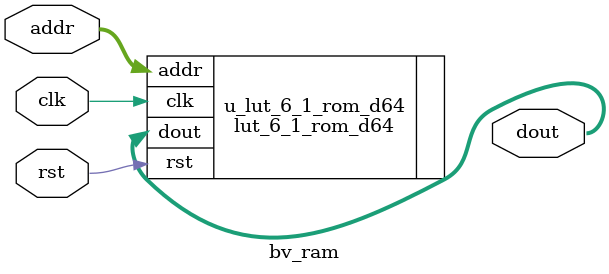
<source format=v>

module bv_ram 
  # ( 
      parameter ADDR_WIDTH = 4 ,  
                DATA_WIDTH = 32,
                INIT_FILE  = ""

  )

(
    input   clk ,
    input   rst ,
    input   [ADDR_WIDTH-1:0] addr ,
    // input   wr_en ,
    // input   [DATA_WIDTH-1:0] din  ,
    output  [DATA_WIDTH-1:0] dout 

);





(* DONT_TOUCH= "TRUE" *)lut_6_1_rom_d64 
#(
  .INIT_VALUE (INIT_FILE ),
  .BUS_WIDTH  (DATA_WIDTH  )
  // .ROM_DEPTH  (ROM_DEPTH  )
)
u_lut_6_1_rom_d64(
  .clk  (clk  ),
  .rst  (rst  ),
  .addr (addr ),
  .dout (dout )
);





    
endmodule




// xpm_memory_spram # (

//   // Common module parameters
//   .MEMORY_SIZE        ((2**ADDR_WIDTH)*DATA_WIDTH),           //positive integer
//   .MEMORY_PRIMITIVE   ("distributed"),         //string; "auto", "distributed", "block" or "ultra";
//   .MEMORY_INIT_FILE   (INIT_FILE),         //string; "none" or "<filename>.mem" 
//   .MEMORY_INIT_PARAM  (""    ),         //string;
//   .USE_MEM_INIT       (1),              //integer; 0,1
//   .WAKEUP_TIME        ("disable_sleep"),//string; "disable_sleep" or "use_sleep_pin" 
//   .MESSAGE_CONTROL    (0),              //integer; 0,1

//   // Port A module parameters
//   .WRITE_DATA_WIDTH_A (DATA_WIDTH),             //positive integer
//   .READ_DATA_WIDTH_A  (DATA_WIDTH),             //positive integer
//   .BYTE_WRITE_WIDTH_A (DATA_WIDTH),             //integer; 8, 9, or WRITE_DATA_WIDTH_A value
//   .ADDR_WIDTH_A       (ADDR_WIDTH),              //positive integer
//   .READ_RESET_VALUE_A ("0"),            //string
//   .ECC_MODE           ("no_ecc"),       //string; "no_ecc", "encode_only", "decode_only" or "both_encode_and_decode" 
//   .AUTO_SLEEP_TIME    (0),              //Do not Change
//   .READ_LATENCY_A     (1),              //non-negative integer
//   .WRITE_MODE_A       ("read_first")    //string; "write_first", "read_first", "no_change" 

// ) xpm_memory_spram_inst (

//   // Common module ports
//   .sleep          (1'b0),

//   // Port A module ports
//   .clka           (clk),
//   .rsta           (rst),
//   .ena            (1'b1),
//   .regcea         (1'b1),
//   .wea            (wr_en),
//   .addra          (addr),
//   .dina           (din),
//   .injectsbiterra (1'b0),
//   .injectdbiterra (1'b0),
//   .douta          (dout),
//   .sbiterra       (),
//   .dbiterra       ()

// );
</source>
